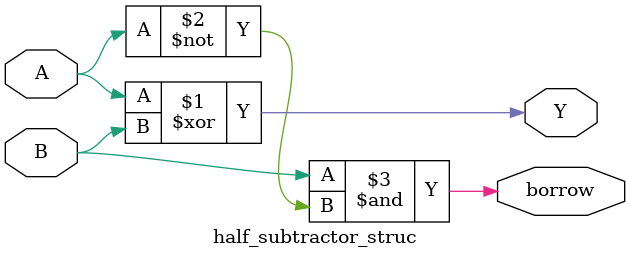
<source format=v>
`timescale 1ns / 1ps
`default_nettype none


module half_subtractor_struc(
    input wire A,B,
    output wire Y,borrow
    );
    
    xor(Y,A,B);
    and(borrow,B,(~(A)));
    
endmodule

</source>
